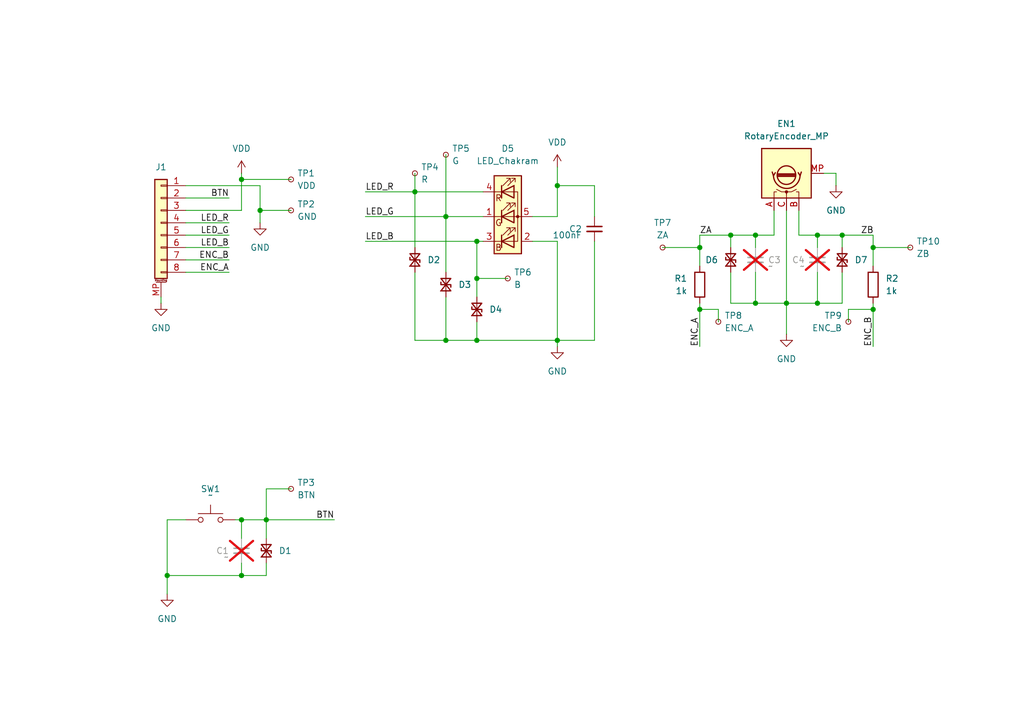
<source format=kicad_sch>
(kicad_sch (version 20231120) (generator "eeschema") (generator_version "8.0")
  (paper "A5")
  (title_block (title "Chakram Scroll Wheel") (date "2024-06-29") (rev "1.0") (company "Petr Moucha") (comment 2 "Licensed under CERN-OHL-W v2"))
  (lib_symbols
    (symbol "Connector:TestPoint_Small" (pin_numbers hide) (pin_names (offset 0.762) hide)
      (property "Reference" "TP" (at 0 3.81 0))
      (property "Value" "TestPoint_Small" (at 0 2.032 0))
      (symbol "TestPoint_Small_0_1"
        (circle (center 0 0) (radius 0.508))
      )
      (symbol "TestPoint_Small_1_1"
        (pin passive line (at 0 0 90) (length 0) (name "1") (number "1"))
      )
    )
    (symbol "Connector_Generic_MountingPin:Conn_01x08_MountingPin" (pin_names (offset 1.016) hide)
      (property "Reference" "J" (at 0 10.16 0))
      (property "Value" "Conn_01x08_MountingPin" (at 1.27 -12.7 0))
      (symbol "Conn_01x08_MountingPin_1_1"
        (rectangle (start -1.27 -10.033) (end 0 -10.287) (stroke (width 0.1524)))
        (rectangle (start -1.27 -7.493) (end 0 -7.747) (stroke (width 0.1524)))
        (rectangle (start -1.27 -4.953) (end 0 -5.207) (stroke (width 0.1524)))
        (rectangle (start -1.27 -2.413) (end 0 -2.667) (stroke (width 0.1524)))
        (rectangle (start -1.27 0.127) (end 0 -0.127) (stroke (width 0.1524)))
        (rectangle (start -1.27 2.667) (end 0 2.413) (stroke (width 0.1524)))
        (rectangle (start -1.27 5.207) (end 0 4.953) (stroke (width 0.1524)))
        (rectangle (start -1.27 7.747) (end 0 7.493) (stroke (width 0.1524)))
        (rectangle (start -1.27 8.89) (end 1.27 -11.43) (stroke (width 0.254)) (fill (type background)))
        (polyline (pts (xy -1.016 -12.192) (xy 1.016 -12.192)) (stroke (width 0.1524)))
        (text "Mounting" (at 0 -11.811 0) (effects (font (size 0.381 0.381))))
        (pin passive line (at -5.08 7.62 0) (length 3.81) (name "Pin_1") (number "1"))
        (pin passive line (at -5.08 5.08 0) (length 3.81) (name "Pin_2") (number "2"))
        (pin passive line (at -5.08 2.54 0) (length 3.81) (name "Pin_3") (number "3"))
        (pin passive line (at -5.08 0 0) (length 3.81) (name "Pin_4") (number "4"))
        (pin passive line (at -5.08 -2.54 0) (length 3.81) (name "Pin_5") (number "5"))
        (pin passive line (at -5.08 -5.08 0) (length 3.81) (name "Pin_6") (number "6"))
        (pin passive line (at -5.08 -7.62 0) (length 3.81) (name "Pin_7") (number "7"))
        (pin passive line (at -5.08 -10.16 0) (length 3.81) (name "Pin_8") (number "8"))
        (pin passive line (at 0 -15.24 90) (length 3.048) (name "MountPin") (number "MP"))
      )
    )
    (symbol "Device:C_Small" (pin_numbers hide) (pin_names (offset 0.254) hide)
      (property "Reference" "C" (at 0.254 1.778 0))
      (property "Value" "C_Small" (at 0.254 -2.032 0))
      (symbol "C_Small_0_1"
        (polyline (pts (xy -1.524 -0.508) (xy 1.524 -0.508)) (stroke (width 0.3302)))
        (polyline (pts (xy -1.524 0.508) (xy 1.524 0.508)) (stroke (width 0.3048)))
      )
      (symbol "C_Small_1_1"
        (pin passive line (at 0 2.54 270) (length 2.032) (name "~") (number "1"))
        (pin passive line (at 0 -2.54 90) (length 2.032) (name "~") (number "2"))
      )
    )
    (symbol "Device:D_TVS_Small" (pin_numbers hide) (pin_names (offset 1.016) hide)
      (property "Reference" "D" (at 0 2.54 0))
      (property "Value" "D_TVS_Small" (at 0 -2.54 0))
      (symbol "D_TVS_Small_0_1"
        (polyline (pts (xy -1.27 0) (xy 1.27 0)))
        (polyline (pts (xy 0.508 1.016) (xy 0 1.016) (xy 0 -1.016) (xy -0.508 -1.016)) (stroke (width 0.254)))
        (polyline (pts (xy -1.27 1.016) (xy -1.27 -1.016) (xy 1.27 1.016) (xy 1.27 -1.016) (xy -1.27 1.016)) (stroke (width 0.254)))
      )
      (symbol "D_TVS_Small_1_1"
        (pin passive line (at -2.54 0 0) (length 1.27) (name "A1") (number "1"))
        (pin passive line (at 2.54 0 180) (length 1.27) (name "A2") (number "2"))
      )
    )
    (symbol "Device:R" (pin_numbers hide) (pin_names (offset 0))
      (property "Reference" "R" (at 2.032 0 90))
      (property "Value" "R" (at 0 0 90))
      (symbol "R_0_1"
        (rectangle (start -1.016 -2.54) (end 1.016 2.54) (stroke (width 0.254)))
      )
      (symbol "R_1_1"
        (pin passive line (at 0 3.81 270) (length 1.27) (name "~") (number "1"))
        (pin passive line (at 0 -3.81 90) (length 1.27) (name "~") (number "2"))
      )
    )
    (symbol "Moucha_Mechanical:RotaryEncoder_MP" (pin_names (offset 0.254) hide)
      (property "Reference" "EN" (at 0 8.89 0))
      (property "Value" "RotaryEncoder_MP" (at 0 6.35 0))
      (symbol "RotaryEncoder_MP_0_1"
        (rectangle (start -5.08 5.08) (end 5.08 -5.08) (stroke (width 0.254)) (fill (type background)))
        (circle (center -3.81 0) (radius 0.254) (fill (type outline)))
        (circle (center -0.381 0) (radius 1.905) (stroke (width 0.254)))
        (arc (start -0.381 2.667) (mid -3.0988 -0.0635) (end -0.381 -2.794) (stroke (width 0.254)))
        (polyline (pts (xy -0.635 -1.778) (xy -0.635 1.778)) (stroke (width 0.254)))
        (polyline (pts (xy -0.381 -1.778) (xy -0.381 1.778)) (stroke (width 0.254)))
        (polyline (pts (xy -0.127 1.778) (xy -0.127 -1.778)) (stroke (width 0.254)))
        (polyline (pts (xy -5.08 -2.54) (xy -3.81 -2.54) (xy -3.81 -2.032)))
        (polyline (pts (xy -5.08 2.54) (xy -3.81 2.54) (xy -3.81 2.032)))
        (polyline (pts (xy 0.254 -3.048) (xy -0.508 -2.794) (xy 0.127 -2.413)) (stroke (width 0.254)))
        (polyline (pts (xy 0.254 2.921) (xy -0.508 2.667) (xy 0.127 2.286)) (stroke (width 0.254)))
        (polyline (pts (xy -5.08 0) (xy -3.81 0) (xy -3.81 -1.016) (xy -3.302 -2.032)))
        (polyline (pts (xy -4.318 0) (xy -3.81 0) (xy -3.81 1.016) (xy -3.302 2.032)))
      )
      (symbol "RotaryEncoder_MP_1_1"
        (pin passive line (at -7.62 2.54 0) (length 2.54) (name "A") (number "A"))
        (pin passive line (at -7.62 -2.54 0) (length 2.54) (name "B") (number "B"))
        (pin passive line (at -7.62 0 0) (length 2.54) (name "C") (number "C"))
        (pin passive line (at 0 -7.62 90) (length 2.54) (name "MP") (number "MP"))
      )
    )
    (symbol "Moucha_Modules:LED_Chakram" (pin_names (offset 0) hide)
      (property "Reference" "D" (at 0 9.398 0))
      (property "Value" "LED_Chakram" (at 0 -8.89 0))
      (symbol "LED_Chakram_0_0"
        (text "B" (at -1.905 -6.35 0) (effects (font (size 1.27 1.27))))
        (text "G" (at -1.905 -1.27 0) (effects (font (size 1.27 1.27))))
        (text "R" (at -1.905 3.81 0) (effects (font (size 1.27 1.27))))
      )
      (symbol "LED_Chakram_0_1"
        (rectangle (start -2.794 8.382) (end 2.794 -7.62) (stroke (width 0.254)) (fill (type background)))
        (polyline (pts (xy -1.27 -5.08) (xy -2.54 -5.08)))
        (polyline (pts (xy -1.27 -5.08) (xy 1.27 -5.08)))
        (polyline (pts (xy -1.27 -3.81) (xy -1.27 -6.35)) (stroke (width 0.254)))
        (polyline (pts (xy -1.27 0) (xy -2.54 0)))
        (polyline (pts (xy -1.27 1.27) (xy -1.27 -1.27)) (stroke (width 0.254)))
        (polyline (pts (xy -1.27 5.08) (xy -2.54 5.08)))
        (polyline (pts (xy -1.27 5.08) (xy 1.27 5.08)))
        (polyline (pts (xy -1.27 6.35) (xy -1.27 3.81)) (stroke (width 0.254)))
        (polyline (pts (xy 1.27 0) (xy -1.27 0)))
        (polyline (pts (xy 1.27 0) (xy 2.54 0)))
        (polyline (pts (xy -1.27 1.27) (xy -1.27 -1.27) (xy -1.27 -1.27)))
        (polyline (pts (xy -1.27 6.35) (xy -1.27 3.81) (xy -1.27 3.81)))
        (polyline (pts (xy 1.27 -5.08) (xy 2.032 -5.08) (xy 2.032 5.08) (xy 1.27 5.08)))
        (polyline (pts (xy 1.27 -3.81) (xy 1.27 -6.35) (xy -1.27 -5.08) (xy 1.27 -3.81)) (stroke (width 0.254)))
        (polyline (pts (xy 1.27 1.27) (xy 1.27 -1.27) (xy -1.27 0) (xy 1.27 1.27)) (stroke (width 0.254)))
        (polyline (pts (xy 1.27 6.35) (xy 1.27 3.81) (xy -1.27 5.08) (xy 1.27 6.35)) (stroke (width 0.254)))
        (polyline (pts (xy -1.016 -3.81) (xy 0.508 -2.286) (xy -0.254 -2.286) (xy 0.508 -2.286) (xy 0.508 -3.048)))
        (polyline (pts (xy -1.016 1.27) (xy 0.508 2.794) (xy -0.254 2.794) (xy 0.508 2.794) (xy 0.508 2.032)))
        (polyline (pts (xy -1.016 6.35) (xy 0.508 7.874) (xy -0.254 7.874) (xy 0.508 7.874) (xy 0.508 7.112)))
        (polyline (pts (xy 0 -3.81) (xy 1.524 -2.286) (xy 0.762 -2.286) (xy 1.524 -2.286) (xy 1.524 -3.048)))
        (polyline (pts (xy 0 1.27) (xy 1.524 2.794) (xy 0.762 2.794) (xy 1.524 2.794) (xy 1.524 2.032)))
        (polyline (pts (xy 0 6.35) (xy 1.524 7.874) (xy 0.762 7.874) (xy 1.524 7.874) (xy 1.524 7.112)))
        (rectangle (start 1.27 -1.27) (end 1.27 1.27))
        (rectangle (start 1.27 1.27) (end 1.27 1.27))
        (rectangle (start 1.27 3.81) (end 1.27 6.35))
        (rectangle (start 1.27 6.35) (end 1.27 6.35))
        (circle (center 2.032 0) (radius 0.254) (fill (type outline)))
      )
      (symbol "LED_Chakram_1_1"
        (pin passive line (at -5.08 0 0) (length 2.54) (name "GK") (number "1"))
        (pin passive line (at 5.08 -5.08 180) (length 2.2) (name "EP") (number "2"))
        (pin passive line (at -5.08 -5.08 0) (length 2.54) (name "BK") (number "3"))
        (pin passive line (at -5.08 5.08 0) (length 2.54) (name "RK") (number "4"))
        (pin passive line (at 5.08 0 180) (length 2.54) (name "A") (number "5"))
      )
    )
    (symbol "Switch:SW_Push" (pin_numbers hide) (pin_names (offset 1.016) hide)
      (property "Reference" "SW" (at 1.27 2.54 0))
      (property "Value" "SW_Push" (at 0 -1.524 0))
      (symbol "SW_Push_0_1"
        (circle (center -2.032 0) (radius 0.508))
        (polyline (pts (xy 0 1.27) (xy 0 3.048)))
        (polyline (pts (xy 2.54 1.27) (xy -2.54 1.27)))
        (circle (center 2.032 0) (radius 0.508))
        (pin passive line (at -5.08 0 0) (length 2.54) (name "1") (number "1"))
        (pin passive line (at 5.08 0 180) (length 2.54) (name "2") (number "2"))
      )
    )
    (symbol "power:GND" (power) (pin_numbers hide) (pin_names (offset 0) hide)
      (property "Value" "GND" (at 0 -3.81 0))
      (symbol "GND_0_1"
        (polyline (pts (xy 0 0) (xy 0 -1.27) (xy 1.27 -1.27) (xy 0 -2.54) (xy -1.27 -1.27) (xy 0 -1.27)))
      )
      (symbol "GND_1_1"
        (pin power_in line (at 0 0 270) (length 0) (name "~") (number "1"))
      )
    )
    (symbol "power:VDD" (power) (pin_numbers hide) (pin_names (offset 0) hide)
      (property "Value" "VDD" (at 0 3.556 0))
      (symbol "VDD_0_1"
        (polyline (pts (xy -0.762 1.27) (xy 0 2.54)))
        (polyline (pts (xy 0 0) (xy 0 2.54)))
        (polyline (pts (xy 0 2.54) (xy 0.762 1.27)))
      )
      (symbol "VDD_1_1"
        (pin power_in line (at 0 0 90) (length 0) (name "~") (number "1"))
      )
    )
  )
  (junction (at 91.44 69.85))
  (junction (at 54.61 106.68))
  (junction (at 154.94 48.26))
  (junction (at 143.51 63.5))
  (junction (at 49.53 118.11))
  (junction (at 49.53 36.83))
  (junction (at 91.44 44.45))
  (junction (at 97.79 69.85))
  (junction (at 172.72 48.26))
  (junction (at 85.09 39.37))
  (junction (at 149.86 48.26))
  (junction (at 34.29 118.11))
  (junction (at 53.34 43.18))
  (junction (at 114.3 38.1))
  (junction (at 179.07 50.8))
  (junction (at 97.79 49.53))
  (junction (at 167.64 48.26))
  (junction (at 161.29 62.23))
  (junction (at 154.94 62.23))
  (junction (at 143.51 50.8))
  (junction (at 97.79 57.15))
  (junction (at 179.07 63.5))
  (junction (at 167.64 62.23))
  (junction (at 49.53 106.68))
  (junction (at 114.3 69.85))
  (wire (pts (xy 49.53 106.68) (xy 54.61 106.68)))
  (wire (pts (xy 149.86 55.88) (xy 149.86 62.23)))
  (wire (pts (xy 143.51 48.26) (xy 149.86 48.26)))
  (wire (pts (xy 149.86 48.26) (xy 149.86 50.8)))
  (wire (pts (xy 143.51 63.5) (xy 147.32 63.5)))
  (wire (pts (xy 154.94 55.88) (xy 154.94 62.23)))
  (wire (pts (xy 53.34 38.1) (xy 53.34 43.18)))
  (wire (pts (xy 163.83 43.18) (xy 163.83 48.26)))
  (wire (pts (xy 135.89 50.8) (xy 143.51 50.8)))
  (wire (pts (xy 179.07 62.23) (xy 179.07 63.5)))
  (wire (pts (xy 53.34 43.18) (xy 59.69 43.18)))
  (wire (pts (xy 38.1 38.1) (xy 53.34 38.1)))
  (wire (pts (xy 97.79 49.53) (xy 97.79 57.15)))
  (wire (pts (xy 49.53 118.11) (xy 34.29 118.11)))
  (wire (pts (xy 109.22 44.45) (xy 114.3 44.45)))
  (wire (pts (xy 97.79 49.53) (xy 99.06 49.53)))
  (wire (pts (xy 173.99 63.5) (xy 179.07 63.5)))
  (wire (pts (xy 97.79 69.85) (xy 114.3 69.85)))
  (wire (pts (xy 38.1 106.68) (xy 34.29 106.68)))
  (wire (pts (xy 172.72 55.88) (xy 172.72 62.23)))
  (wire (pts (xy 168.91 35.56) (xy 171.45 35.56)))
  (wire (pts (xy 38.1 43.18) (xy 49.53 43.18)))
  (wire (pts (xy 161.29 43.18) (xy 161.29 62.23)))
  (wire (pts (xy 143.51 50.8) (xy 143.51 54.61)))
  (wire (pts (xy 54.61 115.57) (xy 54.61 118.11)))
  (wire (pts (xy 154.94 62.23) (xy 161.29 62.23)))
  (wire (pts (xy 74.93 49.53) (xy 97.79 49.53)))
  (wire (pts (xy 149.86 48.26) (xy 154.94 48.26)))
  (wire (pts (xy 172.72 48.26) (xy 172.72 50.8)))
  (wire (pts (xy 34.29 106.68) (xy 34.29 118.11)))
  (wire (pts (xy 85.09 39.37) (xy 85.09 50.8)))
  (wire (pts (xy 49.53 36.83) (xy 49.53 43.18)))
  (wire (pts (xy 143.51 63.5) (xy 143.51 71.12)))
  (wire (pts (xy 173.99 63.5) (xy 173.99 66.04)))
  (wire (pts (xy 91.44 44.45) (xy 91.44 55.88)))
  (wire (pts (xy 121.92 69.85) (xy 114.3 69.85)))
  (wire (pts (xy 97.79 57.15) (xy 104.14 57.15)))
  (wire (pts (xy 143.51 62.23) (xy 143.51 63.5)))
  (wire (pts (xy 91.44 60.96) (xy 91.44 69.85)))
  (wire (pts (xy 38.1 55.88) (xy 46.99 55.88)))
  (wire (pts (xy 114.3 49.53) (xy 114.3 69.85)))
  (wire (pts (xy 114.3 44.45) (xy 114.3 38.1)))
  (wire (pts (xy 38.1 48.26) (xy 46.99 48.26)))
  (wire (pts (xy 33.02 60.96) (xy 33.02 62.23)))
  (wire (pts (xy 49.53 36.83) (xy 59.69 36.83)))
  (wire (pts (xy 163.83 48.26) (xy 167.64 48.26)))
  (wire (pts (xy 97.79 57.15) (xy 97.79 60.96)))
  (wire (pts (xy 167.64 48.26) (xy 172.72 48.26)))
  (wire (pts (xy 121.92 44.45) (xy 121.92 38.1)))
  (wire (pts (xy 179.07 50.8) (xy 186.69 50.8)))
  (wire (pts (xy 38.1 40.64) (xy 46.99 40.64)))
  (wire (pts (xy 91.44 69.85) (xy 97.79 69.85)))
  (wire (pts (xy 54.61 118.11) (xy 49.53 118.11)))
  (wire (pts (xy 49.53 115.57) (xy 49.53 118.11)))
  (wire (pts (xy 167.64 55.88) (xy 167.64 62.23)))
  (wire (pts (xy 91.44 31.75) (xy 91.44 44.45)))
  (wire (pts (xy 114.3 38.1) (xy 114.3 34.29)))
  (wire (pts (xy 147.32 63.5) (xy 147.32 66.04)))
  (wire (pts (xy 54.61 106.68) (xy 68.58 106.68)))
  (wire (pts (xy 172.72 62.23) (xy 167.64 62.23)))
  (wire (pts (xy 85.09 69.85) (xy 91.44 69.85)))
  (wire (pts (xy 179.07 63.5) (xy 179.07 71.12)))
  (wire (pts (xy 121.92 38.1) (xy 114.3 38.1)))
  (wire (pts (xy 49.53 35.56) (xy 49.53 36.83)))
  (wire (pts (xy 38.1 53.34) (xy 46.99 53.34)))
  (wire (pts (xy 179.07 50.8) (xy 179.07 54.61)))
  (wire (pts (xy 167.64 62.23) (xy 161.29 62.23)))
  (wire (pts (xy 48.26 106.68) (xy 49.53 106.68)))
  (wire (pts (xy 171.45 35.56) (xy 171.45 38.1)))
  (wire (pts (xy 74.93 44.45) (xy 91.44 44.45)))
  (wire (pts (xy 85.09 39.37) (xy 99.06 39.37)))
  (wire (pts (xy 158.75 48.26) (xy 158.75 43.18)))
  (wire (pts (xy 85.09 55.88) (xy 85.09 69.85)))
  (wire (pts (xy 85.09 35.56) (xy 85.09 39.37)))
  (wire (pts (xy 54.61 100.33) (xy 54.61 106.68)))
  (wire (pts (xy 74.93 39.37) (xy 85.09 39.37)))
  (wire (pts (xy 53.34 43.18) (xy 53.34 45.72)))
  (wire (pts (xy 34.29 118.11) (xy 34.29 121.92)))
  (wire (pts (xy 38.1 45.72) (xy 46.99 45.72)))
  (wire (pts (xy 154.94 48.26) (xy 154.94 50.8)))
  (wire (pts (xy 109.22 49.53) (xy 114.3 49.53)))
  (wire (pts (xy 172.72 48.26) (xy 179.07 48.26)))
  (wire (pts (xy 49.53 106.68) (xy 49.53 110.49)))
  (wire (pts (xy 114.3 69.85) (xy 114.3 71.12)))
  (wire (pts (xy 121.92 49.53) (xy 121.92 69.85)))
  (wire (pts (xy 167.64 48.26) (xy 167.64 50.8)))
  (wire (pts (xy 91.44 44.45) (xy 99.06 44.45)))
  (wire (pts (xy 97.79 66.04) (xy 97.79 69.85)))
  (wire (pts (xy 59.69 100.33) (xy 54.61 100.33)))
  (wire (pts (xy 149.86 62.23) (xy 154.94 62.23)))
  (wire (pts (xy 143.51 48.26) (xy 143.51 50.8)))
  (wire (pts (xy 161.29 62.23) (xy 161.29 68.58)))
  (wire (pts (xy 154.94 48.26) (xy 158.75 48.26)))
  (wire (pts (xy 38.1 50.8) (xy 46.99 50.8)))
  (wire (pts (xy 54.61 106.68) (xy 54.61 110.49)))
  (wire (pts (xy 179.07 48.26) (xy 179.07 50.8)))
  (label "ZB" (at 176.53 48.26 0))
  (label "ENC_A" (at 46.99 55.88 180))
  (label "ENC_B" (at 46.99 53.34 180))
  (label "LED_G" (at 46.99 48.26 180))
  (label "ZA" (at 143.51 48.26 0))
  (label "BTN" (at 46.99 40.64 180))
  (label "LED_B" (at 46.99 50.8 180))
  (label "LED_R" (at 74.93 39.37 0))
  (label "LED_R" (at 46.99 45.72 180))
  (label "LED_G" (at 74.93 44.45 0))
  (label "ENC_B" (at 179.07 71.12 90))
  (label "BTN" (at 68.58 106.68 180))
  (label "LED_B" (at 74.93 49.53 0))
  (label "ENC_A" (at 143.51 71.12 90))
  (symbol (lib_id "Connector:TestPoint_Small") (at 91.44 31.75 0) (unit 1)
    (property "Reference" "TP5" (at 92.71 30.4799 0) (effects (justify left)))
    (property "Value" "G" (at 92.71 33.0199 0) (effects (justify left)))
    (property "Footprint" "TestPoint:TestPoint_Pad_D1.0mm" (effects (hide yes)))
    (property "Description" "test point" (effects (hide yes)))
  )
  (symbol (lib_id "Device:D_TVS_Small") (at 54.61 113.03 90) (unit 1)
    (property "Reference" "D1" (at 57.15 113.0299 90) (effects (justify right)))
    (property "Value" "D_TVS_Small" (effects (hide yes)))
    (property "Footprint" "Diode_SMD:D_0402_1005Metric" (effects (hide yes)))
    (property "Description" "Bidirectional transient-voltage-suppression diode, small symbol" (effects (hide yes)))
  )
  (symbol (lib_id "power:GND") (at 53.34 45.72 0) (unit 1)
    (property "Reference" "#PWR04" (effects (hide yes)))
    (property "Value" "GND" (at 53.34 50.8 0))
    (property "Description" "Power symbol creates a global label with name \"GND\" , ground" (effects (hide yes)))
  )
  (symbol (lib_id "power:GND") (at 33.02 62.23 0) (unit 1)
    (property "Reference" "#PWR01" (effects (hide yes)))
    (property "Value" "GND" (at 33.02 67.31 0))
    (property "Description" "Power symbol creates a global label with name \"GND\" , ground" (effects (hide yes)))
  )
  (symbol (lib_id "Connector:TestPoint_Small") (at 173.99 66.04 0) (mirror y) (unit 1)
    (property "Reference" "TP9" (at 172.72 64.7699 0) (effects (justify left)))
    (property "Value" "ENC_B" (at 172.72 67.3099 0) (effects (justify left)))
    (property "Footprint" "TestPoint:TestPoint_Pad_D1.0mm" (effects (hide yes)))
    (property "Description" "test point" (effects (hide yes)))
  )
  (symbol (lib_id "Device:D_TVS_Small") (at 149.86 53.34 90) (unit 1)
    (property "Reference" "D6" (at 147.32 53.3399 90) (effects (justify left)))
    (property "Value" "D_TVS_Small" (effects (hide yes)))
    (property "Footprint" "Diode_SMD:D_0402_1005Metric" (effects (hide yes)))
    (property "Description" "Bidirectional transient-voltage-suppression diode, small symbol" (effects (hide yes)))
  )
  (symbol (lib_id "Device:D_TVS_Small") (at 172.72 53.34 90) (unit 1)
    (property "Reference" "D7" (at 175.26 53.3399 90) (effects (justify right)))
    (property "Value" "D_TVS_Small" (effects (hide yes)))
    (property "Footprint" "Diode_SMD:D_0402_1005Metric" (effects (hide yes)))
    (property "Description" "Bidirectional transient-voltage-suppression diode, small symbol" (effects (hide yes)))
  )
  (symbol (lib_id "Connector:TestPoint_Small") (at 59.69 43.18 0) (unit 1)
    (property "Reference" "TP2" (at 60.96 41.9099 0) (effects (justify left)))
    (property "Value" "GND" (at 60.96 44.4499 0) (effects (justify left)))
    (property "Footprint" "TestPoint:TestPoint_Pad_D1.0mm" (effects (hide yes)))
    (property "Description" "test point" (effects (hide yes)))
  )
  (symbol (lib_id "Device:D_TVS_Small") (at 91.44 58.42 90) (unit 1)
    (property "Reference" "D3" (at 93.98 58.4199 90) (effects (justify right)))
    (property "Value" "D_TVS_Small" (effects (hide yes)))
    (property "Footprint" "Diode_SMD:D_0402_1005Metric" (effects (hide yes)))
    (property "Description" "Bidirectional transient-voltage-suppression diode, small symbol" (effects (hide yes)))
  )
  (symbol (lib_id "Connector:TestPoint_Small") (at 85.09 35.56 0) (unit 1)
    (property "Reference" "TP4" (at 86.36 34.2899 0) (effects (justify left)))
    (property "Value" "R" (at 86.36 36.8299 0) (effects (justify left)))
    (property "Footprint" "TestPoint:TestPoint_Pad_D1.0mm" (effects (hide yes)))
    (property "Description" "test point" (effects (hide yes)))
  )
  (symbol (lib_id "Device:C_Small") (at 167.64 53.34 0) (unit 1) (in_bom no) (dnp yes)
    (property "Reference" "C4" (at 165.1 53.34 0) (effects (justify right)))
    (property "Value" "~" (at 165.1 54.6163 0) (effects (justify right)))
    (property "Footprint" "Capacitor_SMD:C_0402_1005Metric" (effects (hide yes)))
    (property "Description" "Unpolarized capacitor, small symbol" (effects (hide yes)))
  )
  (symbol (lib_id "Device:D_TVS_Small") (at 97.79 63.5 90) (unit 1)
    (property "Reference" "D4" (at 100.33 63.4999 90) (effects (justify right)))
    (property "Value" "D_TVS_Small" (effects (hide yes)))
    (property "Footprint" "Diode_SMD:D_0402_1005Metric" (effects (hide yes)))
    (property "Description" "Bidirectional transient-voltage-suppression diode, small symbol" (effects (hide yes)))
  )
  (symbol (lib_id "power:GND") (at 114.3 71.12 0) (unit 1)
    (property "Reference" "#PWR06" (effects (hide yes)))
    (property "Value" "GND" (at 114.3 76.2 0))
    (property "Description" "Power symbol creates a global label with name \"GND\" , ground" (effects (hide yes)))
  )
  (symbol (lib_id "power:VDD") (at 49.53 35.56 0) (unit 1)
    (property "Reference" "#PWR03" (effects (hide yes)))
    (property "Value" "VDD" (at 49.53 30.48 0))
    (property "Description" "Power symbol creates a global label with name \"VDD\"" (effects (hide yes)))
  )
  (symbol (lib_id "Connector:TestPoint_Small") (at 104.14 57.15 0) (unit 1)
    (property "Reference" "TP6" (at 105.41 55.8799 0) (effects (justify left)))
    (property "Value" "B" (at 105.41 58.4199 0) (effects (justify left)))
    (property "Footprint" "TestPoint:TestPoint_Pad_D1.0mm" (effects (hide yes)))
    (property "Description" "test point" (effects (hide yes)))
  )
  (symbol (lib_id "Switch:SW_Push") (at 43.18 106.68 0) (unit 1)
    (property "Reference" "SW1" (at 43.18 100.33 0))
    (property "Value" "~" (at 43.18 101.6 0))
    (property "Footprint" "Moucha_Primitives:SW_Push_EVQP0" (effects (hide yes)))
    (property "Description" "Push button switch, generic, two pins" (effects (hide yes)))
  )
  (symbol (lib_id "Connector:TestPoint_Small") (at 186.69 50.8 0) (unit 1)
    (property "Reference" "TP10" (at 187.96 49.5299 0) (effects (justify left)))
    (property "Value" "ZB" (at 187.96 52.0699 0) (effects (justify left)))
    (property "Footprint" "TestPoint:TestPoint_Pad_D1.0mm" (effects (hide yes)))
    (property "Description" "test point" (effects (hide yes)))
  )
  (symbol (lib_id "Device:R") (at 143.51 58.42 0) (unit 1)
    (property "Reference" "R1" (at 140.97 57.1499 0) (effects (justify right)))
    (property "Value" "1k" (at 140.97 59.6899 0) (effects (justify right)))
    (property "Footprint" "Resistor_SMD:R_0402_1005Metric" (effects (hide yes)))
    (property "Description" "Resistor" (effects (hide yes)))
  )
  (symbol (lib_id "power:GND") (at 161.29 68.58 0) (unit 1)
    (property "Reference" "#PWR07" (effects (hide yes)))
    (property "Value" "GND" (at 161.29 73.66 0))
    (property "Description" "Power symbol creates a global label with name \"GND\" , ground" (effects (hide yes)))
  )
  (symbol (lib_id "Device:D_TVS_Small") (at 85.09 53.34 90) (unit 1)
    (property "Reference" "D2" (at 87.63 53.3399 90) (effects (justify right)))
    (property "Value" "D_TVS_Small" (effects (hide yes)))
    (property "Footprint" "Diode_SMD:D_0402_1005Metric" (effects (hide yes)))
    (property "Description" "Bidirectional transient-voltage-suppression diode, small symbol" (effects (hide yes)))
  )
  (symbol (lib_id "power:GND") (at 171.45 38.1 0) (unit 1)
    (property "Reference" "#PWR08" (effects (hide yes)))
    (property "Value" "GND" (at 171.45 43.18 0))
    (property "Description" "Power symbol creates a global label with name \"GND\" , ground" (effects (hide yes)))
  )
  (symbol (lib_id "power:VDD") (at 114.3 34.29 0) (unit 1)
    (property "Reference" "#PWR05" (effects (hide yes)))
    (property "Value" "VDD" (at 114.3 29.21 0))
    (property "Description" "Power symbol creates a global label with name \"VDD\"" (effects (hide yes)))
  )
  (symbol (lib_id "Connector:TestPoint_Small") (at 135.89 50.8 90) (unit 1)
    (property "Reference" "TP7" (at 135.89 45.72 90))
    (property "Value" "ZA" (at 135.89 48.26 90))
    (property "Footprint" "TestPoint:TestPoint_Pad_D1.0mm" (effects (hide yes)))
    (property "Description" "test point" (effects (hide yes)))
  )
  (symbol (lib_id "Moucha_Mechanical:RotaryEncoder_MP") (at 161.29 35.56 90) (unit 1)
    (property "Reference" "EN1" (at 161.29 25.4 90))
    (property "Value" "RotaryEncoder_MP" (at 161.29 27.94 90))
    (property "Description" "Rotary encoder, dual channel, incremental quadrate outputs, with MP Pin" (effects (hide yes)))
  )
  (symbol (lib_id "Moucha_Modules:LED_Chakram") (at 104.14 44.45 0) (unit 1)
    (property "Reference" "D5" (at 104.14 30.48 0))
    (property "Value" "LED_Chakram" (at 104.14 33.02 0))
    (property "Footprint" "Moucha_Modules:LED_Chakram" (effects (hide yes)))
    (property "Description" "RGB LED, anode/red/green/blue" (effects (hide yes)))
  )
  (symbol (lib_id "Device:C_Small") (at 49.53 113.03 0) (unit 1) (in_bom no) (dnp yes)
    (property "Reference" "C1" (at 46.99 113.03 0) (effects (justify right)))
    (property "Value" "~" (at 46.99 114.3063 0) (effects (justify right)))
    (property "Footprint" "Capacitor_SMD:C_0402_1005Metric" (effects (hide yes)))
    (property "Description" "Unpolarized capacitor, small symbol" (effects (hide yes)))
  )
  (symbol (lib_id "Connector:TestPoint_Small") (at 147.32 66.04 0) (unit 1)
    (property "Reference" "TP8" (at 148.59 64.7699 0) (effects (justify left)))
    (property "Value" "ENC_A" (at 148.59 67.3099 0) (effects (justify left)))
    (property "Footprint" "TestPoint:TestPoint_Pad_D1.0mm" (effects (hide yes)))
    (property "Description" "test point" (effects (hide yes)))
  )
  (symbol (lib_id "Connector_Generic_MountingPin:Conn_01x08_MountingPin") (at 33.02 45.72 0) (mirror y) (unit 1)
    (property "Reference" "J1" (at 33.02 34.29 0))
    (property "Value" "FPC Connector" (effects (hide yes)))
    (property "Footprint" "Connector_FFC-FPC:Hirose_FH12-8S-0.5SH_1x08-1MP_P0.50mm_Horizontal" (effects (hide yes)))
    (property "Description" "Generic connectable mounting pin connector, single row, 01x08, script generated (kicad-library-utils/schlib/autogen/connector/)" (effects (hide yes)))
  )
  (symbol (lib_id "Device:R") (at 179.07 58.42 0) (unit 1)
    (property "Reference" "R2" (at 181.61 57.1499 0) (effects (justify left)))
    (property "Value" "1k" (at 181.61 59.6899 0) (effects (justify left)))
    (property "Footprint" "Resistor_SMD:R_0402_1005Metric" (effects (hide yes)))
    (property "Description" "Resistor" (effects (hide yes)))
  )
  (symbol (lib_id "Device:C_Small") (at 154.94 53.34 0) (unit 1) (in_bom no) (dnp yes)
    (property "Reference" "C3" (at 157.48 53.3462 0) (effects (justify left)))
    (property "Value" "~" (at 157.48 54.6162 0) (effects (justify left)))
    (property "Footprint" "Capacitor_SMD:C_0402_1005Metric" (effects (hide yes)))
    (property "Description" "Unpolarized capacitor, small symbol" (effects (hide yes)))
  )
  (symbol (lib_id "Connector:TestPoint_Small") (at 59.69 100.33 0) (unit 1)
    (property "Reference" "TP3" (at 60.96 99.0599 0) (effects (justify left)))
    (property "Value" "BTN" (at 60.96 101.5999 0) (effects (justify left)))
    (property "Footprint" "TestPoint:TestPoint_Pad_D1.0mm" (effects (hide yes)))
    (property "Description" "test point" (effects (hide yes)))
  )
  (symbol (lib_id "Device:C_Small") (at 121.92 46.99 0) (unit 1) (in_bom no)
    (property "Reference" "C2" (at 119.38 46.99 0) (effects (justify right)))
    (property "Value" "100nF" (at 119.38 48.2663 0) (effects (justify right)))
    (property "Footprint" "Capacitor_SMD:C_0402_1005Metric" (effects (hide yes)))
    (property "Description" "Unpolarized capacitor, small symbol" (effects (hide yes)))
  )
  (symbol (lib_id "Connector:TestPoint_Small") (at 59.69 36.83 0) (unit 1)
    (property "Reference" "TP1" (at 60.96 35.5599 0) (effects (justify left)))
    (property "Value" "VDD" (at 60.96 38.0999 0) (effects (justify left)))
    (property "Footprint" "TestPoint:TestPoint_Pad_D1.0mm" (effects (hide yes)))
    (property "Description" "test point" (effects (hide yes)))
  )
  (symbol (lib_id "power:GND") (at 34.29 121.92 0) (unit 1)
    (property "Reference" "#PWR02" (effects (hide yes)))
    (property "Value" "GND" (at 34.29 127 0))
    (property "Description" "Power symbol creates a global label with name \"GND\" , ground" (effects (hide yes)))
  )
)
</source>
